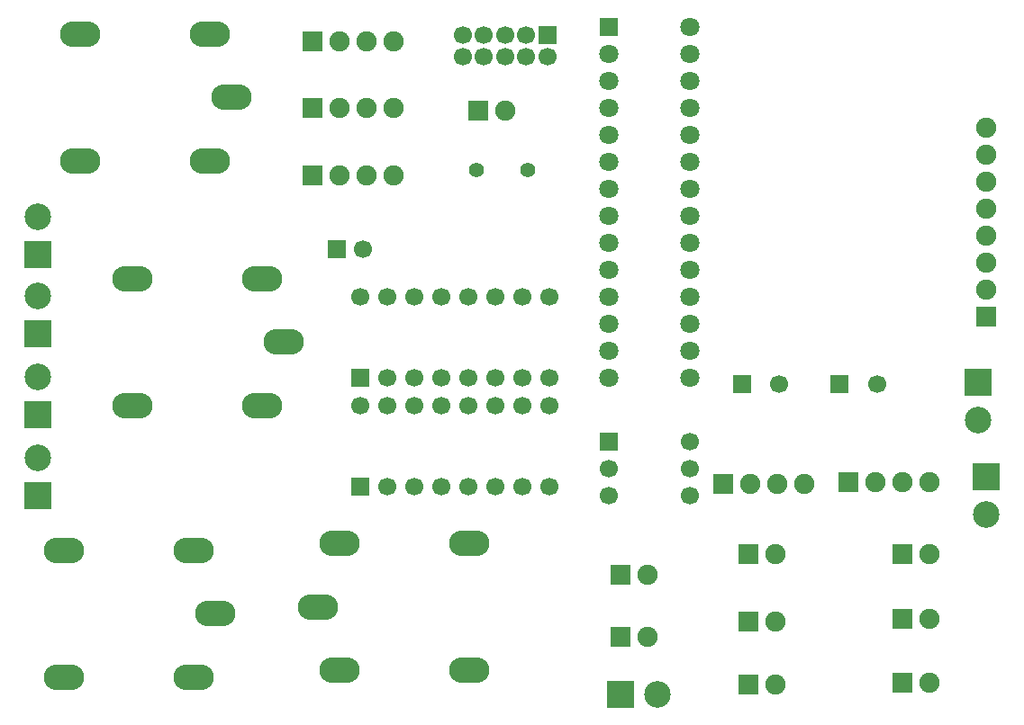
<source format=gbr>
G04 DipTrace 3.2.0.1*
G04 BottomMask.gbr*
%MOIN*%
G04 #@! TF.FileFunction,Soldermask,Bot*
G04 #@! TF.Part,Single*
%ADD31R,0.066929X0.066929*%
%ADD32C,0.066929*%
%ADD45C,0.055874*%
%ADD49O,0.149606X0.094488*%
%ADD53C,0.074803*%
%ADD54R,0.074803X0.074803*%
%ADD65C,0.070866*%
%ADD66R,0.070866X0.070866*%
%ADD70C,0.098425*%
%ADD72R,0.098425X0.098425*%
%FSLAX26Y26*%
G04*
G70*
G90*
G75*
G01*
G04 BotMask*
%LPD*%
D72*
X4067058Y1286131D3*
D70*
Y1148336D3*
D72*
X4035811Y1636094D3*
D70*
Y1498299D3*
D72*
X554927Y2111045D3*
D70*
Y2248840D3*
D72*
Y1817325D3*
D70*
Y1955121D3*
D66*
X2667205Y2954706D3*
D65*
Y2854706D3*
Y2754706D3*
Y2654706D3*
Y2554706D3*
Y2454706D3*
Y2354706D3*
Y2254706D3*
Y2154706D3*
Y2054706D3*
Y1954706D3*
Y1854706D3*
Y1754706D3*
Y1654706D3*
X2967205D3*
Y1754706D3*
Y1854706D3*
Y1954706D3*
Y2054706D3*
Y2154706D3*
Y2254706D3*
Y2354706D3*
Y2454706D3*
Y2554706D3*
Y2654706D3*
Y2754706D3*
Y2854706D3*
Y2954706D3*
D31*
X3523365Y1629845D3*
D32*
X3661160D3*
D31*
X3160903D3*
D32*
X3298698D3*
D31*
X1661060Y2129793D3*
D32*
X1759486D3*
D72*
X2710950Y479966D3*
D70*
X2848745D3*
D54*
X3092160Y1261134D3*
D53*
X3192160D3*
X3292160D3*
X3392160D3*
D54*
X3554612Y1267383D3*
D53*
X3654612D3*
X3754612D3*
X3854612D3*
D54*
X2186005Y2642239D3*
D53*
X2286005D3*
D54*
X3185900Y998709D3*
D53*
X3285900D3*
D54*
X3185900Y748693D3*
D53*
X3285900D3*
D54*
X3185900Y517509D3*
D53*
X3285900D3*
D54*
X3754591Y998709D3*
D53*
X3854591D3*
D54*
X3754591Y761186D3*
D53*
X3854591D3*
D54*
X3754591Y523664D3*
D53*
X3854591D3*
D54*
X2710950Y923669D3*
D53*
X2810950D3*
D54*
X2710950Y692444D3*
D53*
X2810950D3*
D49*
X1464890Y1786079D3*
X1384890Y2021079D3*
Y1551079D3*
X904890D3*
Y2021079D3*
X1211108Y779934D3*
X1131108Y1014934D3*
Y544934D3*
X651108D3*
Y1014934D3*
X1592318Y804932D3*
X1672318Y569932D3*
Y1039932D3*
X2152318D3*
Y569932D3*
X1273601Y2692234D3*
X1193601Y2927234D3*
Y2457234D3*
X713601D3*
Y2927234D3*
D72*
X554927Y1517357D3*
D70*
Y1655152D3*
D72*
Y1217388D3*
D70*
Y1355184D3*
D31*
X1748551Y1654843D3*
D32*
X1848551D3*
X1948551D3*
X2048551D3*
X2148551D3*
X2248551D3*
X2348551D3*
X2448551D3*
Y1954843D3*
X2348551D3*
X2248551D3*
X2148551D3*
X2048551D3*
X1948551D3*
X1848551D3*
X1748551D3*
D31*
Y1248635D3*
D32*
X1848551D3*
X1948551D3*
X2048551D3*
X2148551D3*
X2248551D3*
X2348551D3*
X2448551D3*
Y1548635D3*
X2348551D3*
X2248551D3*
X2148551D3*
X2048551D3*
X1948551D3*
X1848551D3*
X1748551D3*
D31*
X2667205Y1417367D3*
D32*
Y1317367D3*
Y1217367D3*
X2967205D3*
Y1317367D3*
Y1417367D3*
D54*
X4067058Y1879819D3*
D53*
Y1979819D3*
Y2079819D3*
Y2179819D3*
Y2279819D3*
Y2379819D3*
Y2479819D3*
Y2579819D3*
D54*
X1573570Y2898462D3*
D53*
X1673570D3*
X1773570D3*
X1873570D3*
D31*
X2442228Y2923459D3*
D32*
X2363488D3*
X2284748D3*
X2206008D3*
X2127268D3*
Y2844719D3*
X2206008D3*
X2284748D3*
X2363488D3*
X2442228D3*
D54*
X1573570Y2654738D3*
D53*
X1673570D3*
X1773570D3*
X1873570D3*
D54*
X1573570Y2404764D3*
D53*
X1673570D3*
X1773570D3*
X1873570D3*
D45*
X2179756Y2423512D3*
X2369756D3*
M02*

</source>
